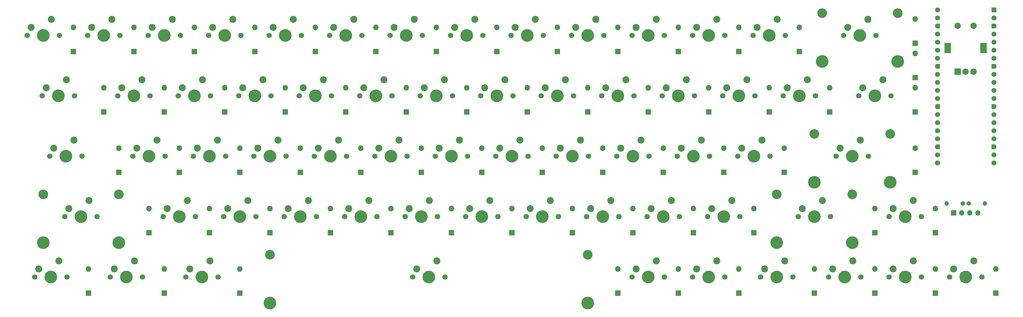
<source format=gbr>
G04 #@! TF.GenerationSoftware,KiCad,Pcbnew,8.0.5*
G04 #@! TF.CreationDate,2025-03-18T10:54:49-07:00*
G04 #@! TF.ProjectId,keyboard,6b657962-6f61-4726-942e-6b696361645f,rev?*
G04 #@! TF.SameCoordinates,Original*
G04 #@! TF.FileFunction,Soldermask,Bot*
G04 #@! TF.FilePolarity,Negative*
%FSLAX46Y46*%
G04 Gerber Fmt 4.6, Leading zero omitted, Abs format (unit mm)*
G04 Created by KiCad (PCBNEW 8.0.5) date 2025-03-18 10:54:49*
%MOMM*%
%LPD*%
G01*
G04 APERTURE LIST*
G04 Aperture macros list*
%AMRoundRect*
0 Rectangle with rounded corners*
0 $1 Rounding radius*
0 $2 $3 $4 $5 $6 $7 $8 $9 X,Y pos of 4 corners*
0 Add a 4 corners polygon primitive as box body*
4,1,4,$2,$3,$4,$5,$6,$7,$8,$9,$2,$3,0*
0 Add four circle primitives for the rounded corners*
1,1,$1+$1,$2,$3*
1,1,$1+$1,$4,$5*
1,1,$1+$1,$6,$7*
1,1,$1+$1,$8,$9*
0 Add four rect primitives between the rounded corners*
20,1,$1+$1,$2,$3,$4,$5,0*
20,1,$1+$1,$4,$5,$6,$7,0*
20,1,$1+$1,$6,$7,$8,$9,0*
20,1,$1+$1,$8,$9,$2,$3,0*%
%AMFreePoly0*
4,1,28,0.605014,0.794986,0.644504,0.794986,0.724698,0.756366,0.780194,0.686777,0.800000,0.600000,0.800000,-0.600000,0.780194,-0.686777,0.724698,-0.756366,0.644504,-0.794986,0.605014,-0.794986,0.600000,-0.800000,0.000000,-0.800000,-0.178017,-0.779942,-0.347107,-0.720775,-0.498792,-0.625465,-0.625465,-0.498792,-0.720775,-0.347107,-0.779942,-0.178017,-0.800000,0.000000,-0.779942,0.178017,
-0.720775,0.347107,-0.625465,0.498792,-0.498792,0.625465,-0.347107,0.720775,-0.178017,0.779942,0.000000,0.800000,0.600000,0.800000,0.605014,0.794986,0.605014,0.794986,$1*%
%AMFreePoly1*
4,1,28,0.178017,0.779942,0.347107,0.720775,0.498792,0.625465,0.625465,0.498792,0.720775,0.347107,0.779942,0.178017,0.800000,0.000000,0.779942,-0.178017,0.720775,-0.347107,0.625465,-0.498792,0.498792,-0.625465,0.347107,-0.720775,0.178017,-0.779942,0.000000,-0.800000,-0.600000,-0.800000,-0.605014,-0.794986,-0.644504,-0.794986,-0.724698,-0.756366,-0.780194,-0.686777,-0.800000,-0.600000,
-0.800000,0.600000,-0.780194,0.686777,-0.724698,0.756366,-0.644504,0.794986,-0.605014,0.794986,-0.600000,0.800000,0.000000,0.800000,0.178017,0.779942,0.178017,0.779942,$1*%
G04 Aperture macros list end*
%ADD10C,1.700000*%
%ADD11C,4.000000*%
%ADD12C,2.200000*%
%ADD13C,3.050000*%
%ADD14R,1.700000X1.700000*%
%ADD15O,1.700000X1.700000*%
%ADD16C,1.400000*%
%ADD17O,1.400000X1.400000*%
%ADD18R,2.000000X2.000000*%
%ADD19C,2.000000*%
%ADD20R,2.000000X3.200000*%
%ADD21R,1.800000X1.800000*%
%ADD22O,1.800000X1.800000*%
%ADD23RoundRect,0.200000X0.600000X0.600000X-0.600000X0.600000X-0.600000X-0.600000X0.600000X-0.600000X0*%
%ADD24C,1.600000*%
%ADD25FreePoly0,180.000000*%
%ADD26FreePoly1,180.000000*%
G04 APERTURE END LIST*
D10*
X315782500Y-142625000D03*
D11*
X320862500Y-142625000D03*
D10*
X325942500Y-142625000D03*
D12*
X323402500Y-137545000D03*
X317052500Y-140085000D03*
D10*
X211007500Y-161675000D03*
D11*
X216087500Y-161675000D03*
D10*
X221167500Y-161675000D03*
D12*
X218627500Y-156595000D03*
X212277500Y-159135000D03*
D13*
X342300000Y-97525000D03*
D11*
X342300000Y-112765000D03*
D10*
X349120000Y-104525000D03*
D11*
X354200000Y-104525000D03*
D10*
X359280000Y-104525000D03*
D13*
X366100000Y-97525000D03*
D11*
X366100000Y-112765000D03*
D12*
X356740000Y-99445000D03*
X350390000Y-101985000D03*
D10*
X191957500Y-161675000D03*
D11*
X197037500Y-161675000D03*
D10*
X202117500Y-161675000D03*
D12*
X199577500Y-156595000D03*
X193227500Y-159135000D03*
D10*
X258632500Y-142625000D03*
D11*
X263712500Y-142625000D03*
D10*
X268792500Y-142625000D03*
D12*
X266252500Y-137545000D03*
X259902500Y-140085000D03*
D10*
X187195000Y-104525000D03*
D11*
X192275000Y-104525000D03*
D10*
X197355000Y-104525000D03*
D12*
X194815000Y-99445000D03*
X188465000Y-101985000D03*
D10*
X311020000Y-123575000D03*
D11*
X316100000Y-123575000D03*
D10*
X321180000Y-123575000D03*
D12*
X318640000Y-118495000D03*
X312290000Y-121035000D03*
D10*
X230057500Y-161675000D03*
D11*
X235137500Y-161675000D03*
D10*
X240217500Y-161675000D03*
D12*
X237677500Y-156595000D03*
X231327500Y-159135000D03*
D10*
X263395000Y-104525000D03*
D11*
X268475000Y-104525000D03*
D10*
X273555000Y-104525000D03*
D12*
X271015000Y-99445000D03*
X264665000Y-101985000D03*
D10*
X296732500Y-142625000D03*
D11*
X301812500Y-142625000D03*
D10*
X306892500Y-142625000D03*
D12*
X304352500Y-137545000D03*
X298002500Y-140085000D03*
D10*
X301495000Y-104525000D03*
D11*
X306575000Y-104525000D03*
D10*
X311655000Y-104525000D03*
D12*
X309115000Y-99445000D03*
X302765000Y-101985000D03*
D13*
X97031250Y-154675000D03*
D11*
X97031250Y-169915000D03*
D10*
X103851250Y-161675000D03*
D11*
X108931250Y-161675000D03*
D10*
X114011250Y-161675000D03*
D13*
X120831250Y-154675000D03*
D11*
X120831250Y-169915000D03*
D12*
X111471250Y-156595000D03*
X105121250Y-159135000D03*
D10*
X196720000Y-123575000D03*
D11*
X201800000Y-123575000D03*
D10*
X206880000Y-123575000D03*
D12*
X204340000Y-118495000D03*
X197990000Y-121035000D03*
D10*
X268157500Y-161675000D03*
D11*
X273237500Y-161675000D03*
D10*
X278317500Y-161675000D03*
D12*
X275777500Y-156595000D03*
X269427500Y-159135000D03*
D10*
X96707500Y-123575000D03*
D11*
X101787500Y-123575000D03*
D10*
X106867500Y-123575000D03*
D12*
X104327500Y-118495000D03*
X97977500Y-121035000D03*
D13*
X339918750Y-135625000D03*
D11*
X339918750Y-150865000D03*
D10*
X346738750Y-142625000D03*
D11*
X351818750Y-142625000D03*
D10*
X356898750Y-142625000D03*
D13*
X363718750Y-135625000D03*
D11*
X363718750Y-150865000D03*
D12*
X354358750Y-137545000D03*
X348008750Y-140085000D03*
D10*
X153857500Y-161675000D03*
D11*
X158937500Y-161675000D03*
D10*
X164017500Y-161675000D03*
D12*
X161477500Y-156595000D03*
X155127500Y-159135000D03*
D10*
X282445000Y-104525000D03*
D11*
X287525000Y-104525000D03*
D10*
X292605000Y-104525000D03*
D12*
X290065000Y-99445000D03*
X283715000Y-101985000D03*
D10*
X306257500Y-161675000D03*
D11*
X311337500Y-161675000D03*
D10*
X316417500Y-161675000D03*
D12*
X313877500Y-156595000D03*
X307527500Y-159135000D03*
D10*
X201482500Y-142625000D03*
D11*
X206562500Y-142625000D03*
D10*
X211642500Y-142625000D03*
D12*
X209102500Y-137545000D03*
X202752500Y-140085000D03*
D10*
X249107500Y-161675000D03*
D11*
X254187500Y-161675000D03*
D10*
X259267500Y-161675000D03*
D12*
X256727500Y-156595000D03*
X250377500Y-159135000D03*
D10*
X282445000Y-180725000D03*
D11*
X287525000Y-180725000D03*
D10*
X292605000Y-180725000D03*
D12*
X290065000Y-175645000D03*
X283715000Y-178185000D03*
D10*
X177670000Y-123575000D03*
D11*
X182750000Y-123575000D03*
D10*
X187830000Y-123575000D03*
D12*
X185290000Y-118495000D03*
X178940000Y-121035000D03*
D10*
X141951250Y-180725000D03*
D11*
X147031250Y-180725000D03*
D10*
X152111250Y-180725000D03*
D12*
X149571250Y-175645000D03*
X143221250Y-178185000D03*
D10*
X215770000Y-123575000D03*
D11*
X220850000Y-123575000D03*
D10*
X225930000Y-123575000D03*
D12*
X223390000Y-118495000D03*
X217040000Y-121035000D03*
D10*
X344357500Y-180725000D03*
D11*
X349437500Y-180725000D03*
D10*
X354517500Y-180725000D03*
D12*
X351977500Y-175645000D03*
X345627500Y-178185000D03*
D10*
X272920000Y-123575000D03*
D11*
X278000000Y-123575000D03*
D10*
X283080000Y-123575000D03*
D12*
X280540000Y-118495000D03*
X274190000Y-121035000D03*
D10*
X363407500Y-180725000D03*
D11*
X368487500Y-180725000D03*
D10*
X373567500Y-180725000D03*
D12*
X371027500Y-175645000D03*
X364677500Y-178185000D03*
D10*
X287207500Y-161675000D03*
D11*
X292287500Y-161675000D03*
D10*
X297367500Y-161675000D03*
D12*
X294827500Y-156595000D03*
X288477500Y-159135000D03*
D14*
X383712500Y-160500000D03*
D15*
X386252500Y-160500000D03*
X388792500Y-160500000D03*
X391332500Y-160500000D03*
D10*
X120520000Y-123575000D03*
D11*
X125600000Y-123575000D03*
D10*
X130680000Y-123575000D03*
D12*
X128140000Y-118495000D03*
X121790000Y-121035000D03*
D10*
X253870000Y-123575000D03*
D11*
X258950000Y-123575000D03*
D10*
X264030000Y-123575000D03*
D12*
X261490000Y-118495000D03*
X255140000Y-121035000D03*
D10*
X158620000Y-123575000D03*
D11*
X163700000Y-123575000D03*
D10*
X168780000Y-123575000D03*
D12*
X166240000Y-118495000D03*
X159890000Y-121035000D03*
D10*
X130045000Y-104525000D03*
D11*
X135125000Y-104525000D03*
D10*
X140205000Y-104525000D03*
D12*
X137665000Y-99445000D03*
X131315000Y-101985000D03*
D10*
X144332500Y-142625000D03*
D11*
X149412500Y-142625000D03*
D10*
X154492500Y-142625000D03*
D12*
X151952500Y-137545000D03*
X145602500Y-140085000D03*
D10*
X353882500Y-123575000D03*
D11*
X358962500Y-123575000D03*
D10*
X364042500Y-123575000D03*
D12*
X361502500Y-118495000D03*
X355152500Y-121035000D03*
D10*
X234820000Y-123575000D03*
D11*
X239900000Y-123575000D03*
D10*
X244980000Y-123575000D03*
D12*
X242440000Y-118495000D03*
X236090000Y-121035000D03*
D10*
X125282500Y-142625000D03*
D11*
X130362500Y-142625000D03*
D10*
X135442500Y-142625000D03*
D12*
X132902500Y-137545000D03*
X126552500Y-140085000D03*
D10*
X301495000Y-180725000D03*
D11*
X306575000Y-180725000D03*
D10*
X311655000Y-180725000D03*
D12*
X309115000Y-175645000D03*
X302765000Y-178185000D03*
D10*
X330070000Y-123575000D03*
D11*
X335150000Y-123575000D03*
D10*
X340230000Y-123575000D03*
D12*
X337690000Y-118495000D03*
X331340000Y-121035000D03*
D10*
X363407500Y-161675000D03*
D11*
X368487500Y-161675000D03*
D10*
X373567500Y-161675000D03*
D12*
X371027500Y-156595000D03*
X364677500Y-159135000D03*
D16*
X388500000Y-157500000D03*
D17*
X393580000Y-157500000D03*
D10*
X244345000Y-104525000D03*
D11*
X249425000Y-104525000D03*
D10*
X254505000Y-104525000D03*
D12*
X251965000Y-99445000D03*
X245615000Y-101985000D03*
D10*
X163382500Y-142625000D03*
D11*
X168462500Y-142625000D03*
D10*
X173542500Y-142625000D03*
D12*
X171002500Y-137545000D03*
X164652500Y-140085000D03*
D10*
X110995000Y-104525000D03*
D11*
X116075000Y-104525000D03*
D10*
X121155000Y-104525000D03*
D12*
X118615000Y-99445000D03*
X112265000Y-101985000D03*
D10*
X322926250Y-180725000D03*
D11*
X328006250Y-180725000D03*
D10*
X333086250Y-180725000D03*
D12*
X330546250Y-175645000D03*
X324196250Y-178185000D03*
D10*
X118138750Y-180725000D03*
D11*
X123218750Y-180725000D03*
D10*
X128298750Y-180725000D03*
D12*
X125758750Y-175645000D03*
X119408750Y-178185000D03*
D10*
X149095000Y-104525000D03*
D11*
X154175000Y-104525000D03*
D10*
X159255000Y-104525000D03*
D12*
X156715000Y-99445000D03*
X150365000Y-101985000D03*
D10*
X277682500Y-142625000D03*
D11*
X282762500Y-142625000D03*
D10*
X287842500Y-142625000D03*
D12*
X285302500Y-137545000D03*
X278952500Y-140085000D03*
D18*
X385000000Y-116000000D03*
D19*
X390000000Y-116000000D03*
X387500000Y-116000000D03*
D20*
X381900000Y-108500000D03*
X393100000Y-108500000D03*
D19*
X390000000Y-101500000D03*
X385000000Y-101500000D03*
D10*
X225295000Y-104525000D03*
D11*
X230375000Y-104525000D03*
D10*
X235455000Y-104525000D03*
D12*
X232915000Y-99445000D03*
X226565000Y-101985000D03*
D10*
X99088750Y-142625000D03*
D11*
X104168750Y-142625000D03*
D10*
X109248750Y-142625000D03*
D12*
X106708750Y-137545000D03*
X100358750Y-140085000D03*
D10*
X320545000Y-104525000D03*
D11*
X325625000Y-104525000D03*
D10*
X330705000Y-104525000D03*
D12*
X328165000Y-99445000D03*
X321815000Y-101985000D03*
D10*
X94326250Y-180725000D03*
D11*
X99406250Y-180725000D03*
D10*
X104486250Y-180725000D03*
D12*
X101946250Y-175645000D03*
X95596250Y-178185000D03*
D10*
X206245000Y-104525000D03*
D11*
X211325000Y-104525000D03*
D10*
X216405000Y-104525000D03*
D12*
X213865000Y-99445000D03*
X207515000Y-101985000D03*
D10*
X291970000Y-123575000D03*
D11*
X297050000Y-123575000D03*
D10*
X302130000Y-123575000D03*
D12*
X299590000Y-118495000D03*
X293240000Y-121035000D03*
D10*
X182432500Y-142625000D03*
D11*
X187512500Y-142625000D03*
D10*
X192592500Y-142625000D03*
D12*
X190052500Y-137545000D03*
X183702500Y-140085000D03*
D10*
X220532500Y-142625000D03*
D11*
X225612500Y-142625000D03*
D10*
X230692500Y-142625000D03*
D12*
X228152500Y-137545000D03*
X221802500Y-140085000D03*
D10*
X382457500Y-180725000D03*
D11*
X387537500Y-180725000D03*
D10*
X392617500Y-180725000D03*
D12*
X390077500Y-175645000D03*
X383727500Y-178185000D03*
D10*
X134807500Y-161675000D03*
D11*
X139887500Y-161675000D03*
D10*
X144967500Y-161675000D03*
D12*
X142427500Y-156595000D03*
X136077500Y-159135000D03*
D10*
X91945000Y-104525000D03*
D11*
X97025000Y-104525000D03*
D10*
X102105000Y-104525000D03*
D12*
X99565000Y-99445000D03*
X93215000Y-101985000D03*
D13*
X168469000Y-173725000D03*
D11*
X168469000Y-188965000D03*
D10*
X213389000Y-180725000D03*
D11*
X218469000Y-180725000D03*
D10*
X223549000Y-180725000D03*
D13*
X268469000Y-173725000D03*
D11*
X268469000Y-188965000D03*
D12*
X221009000Y-175645000D03*
X214659000Y-178185000D03*
D10*
X168145000Y-104525000D03*
D11*
X173225000Y-104525000D03*
D10*
X178305000Y-104525000D03*
D12*
X175765000Y-99445000D03*
X169415000Y-101985000D03*
D10*
X172907500Y-161675000D03*
D11*
X177987500Y-161675000D03*
D10*
X183067500Y-161675000D03*
D12*
X180527500Y-156595000D03*
X174177500Y-159135000D03*
D16*
X386600000Y-157500000D03*
D17*
X381520000Y-157500000D03*
D13*
X328012500Y-154675000D03*
D11*
X328012500Y-169915000D03*
D10*
X334832500Y-161675000D03*
D11*
X339912500Y-161675000D03*
D10*
X344992500Y-161675000D03*
D13*
X351812500Y-154675000D03*
D11*
X351812500Y-169915000D03*
D12*
X342452500Y-156595000D03*
X336102500Y-159135000D03*
D10*
X239582500Y-142625000D03*
D11*
X244662500Y-142625000D03*
D10*
X249742500Y-142625000D03*
D12*
X247202500Y-137545000D03*
X240852500Y-140085000D03*
D10*
X139570000Y-123575000D03*
D11*
X144650000Y-123575000D03*
D10*
X149730000Y-123575000D03*
D12*
X147190000Y-118495000D03*
X140840000Y-121035000D03*
D21*
X330387500Y-147705000D03*
D22*
X330387500Y-140085000D03*
D21*
X292287500Y-147705000D03*
D22*
X292287500Y-140085000D03*
D21*
X149412500Y-166755000D03*
D22*
X149412500Y-159135000D03*
D21*
X135125000Y-185805000D03*
D22*
X135125000Y-178185000D03*
D21*
X358962500Y-185805000D03*
D22*
X358962500Y-178185000D03*
D21*
X371650000Y-117810000D03*
D22*
X371650000Y-110190000D03*
D21*
X306575000Y-128655000D03*
D22*
X306575000Y-121035000D03*
D21*
X268475000Y-128655000D03*
D22*
X268475000Y-121035000D03*
D21*
X106550000Y-109605000D03*
D22*
X106550000Y-101985000D03*
D21*
X173225000Y-128655000D03*
D22*
X173225000Y-121035000D03*
D21*
X125600000Y-109605000D03*
D22*
X125600000Y-101985000D03*
D21*
X339912500Y-185805000D03*
D22*
X339912500Y-178185000D03*
D21*
X254187500Y-147705000D03*
D22*
X254187500Y-140085000D03*
D21*
X397062500Y-185805000D03*
D22*
X397062500Y-178185000D03*
D21*
X278000000Y-109605000D03*
D22*
X278000000Y-101985000D03*
D23*
X396427500Y-96480000D03*
D24*
X396427500Y-99020000D03*
D25*
X396427500Y-101560000D03*
D24*
X396427500Y-104100000D03*
X396427500Y-106640000D03*
X396427500Y-109180000D03*
X396427500Y-111720000D03*
D25*
X396427500Y-114260000D03*
D24*
X396427500Y-116800000D03*
X396427500Y-119340000D03*
X396427500Y-121880000D03*
X396427500Y-124420000D03*
D25*
X396427500Y-126960000D03*
D24*
X396427500Y-129500000D03*
X396427500Y-132040000D03*
X396427500Y-134580000D03*
X396427500Y-137120000D03*
D25*
X396427500Y-139660000D03*
D24*
X396427500Y-142200000D03*
X396427500Y-144740000D03*
X378647500Y-144740000D03*
X378647500Y-142200000D03*
D26*
X378647500Y-139660000D03*
D24*
X378647500Y-137120000D03*
X378647500Y-134580000D03*
X378647500Y-132040000D03*
X378647500Y-129500000D03*
D26*
X378647500Y-126960000D03*
D24*
X378647500Y-124420000D03*
X378647500Y-121880000D03*
X378647500Y-119340000D03*
X378647500Y-116800000D03*
D26*
X378647500Y-114260000D03*
D24*
X378647500Y-111720000D03*
X378647500Y-109180000D03*
X378647500Y-106640000D03*
X378647500Y-104100000D03*
D26*
X378647500Y-101560000D03*
D24*
X378647500Y-99020000D03*
X378647500Y-96480000D03*
D21*
X144650000Y-109605000D03*
D22*
X144650000Y-101985000D03*
D21*
X335150000Y-109605000D03*
D22*
X335150000Y-101985000D03*
D21*
X187512500Y-166755000D03*
D22*
X187512500Y-159135000D03*
D21*
X344675000Y-128655000D03*
D22*
X344675000Y-121035000D03*
D21*
X177987500Y-147705000D03*
D22*
X177987500Y-140085000D03*
D21*
X154175000Y-128655000D03*
D22*
X154175000Y-121035000D03*
D21*
X216087500Y-147705000D03*
D22*
X216087500Y-140085000D03*
D21*
X378012500Y-185805000D03*
D22*
X378012500Y-178185000D03*
D21*
X230375000Y-128655000D03*
D22*
X230375000Y-121035000D03*
D21*
X201800000Y-109605000D03*
D22*
X201800000Y-101985000D03*
D21*
X168462500Y-166755000D03*
D22*
X168462500Y-159135000D03*
D21*
X297050000Y-185805000D03*
D22*
X297050000Y-178185000D03*
D21*
X325625000Y-128655000D03*
D22*
X325625000Y-121035000D03*
D21*
X258950000Y-109605000D03*
D22*
X258950000Y-101985000D03*
D21*
X358962500Y-166755000D03*
D22*
X358962500Y-159135000D03*
D21*
X244662500Y-166755000D03*
D22*
X244662500Y-159135000D03*
D21*
X273237500Y-147705000D03*
D22*
X273237500Y-140085000D03*
D21*
X263712500Y-166755000D03*
D22*
X263712500Y-159135000D03*
D21*
X130362500Y-166755000D03*
D22*
X130362500Y-159135000D03*
D21*
X297050000Y-109605000D03*
D22*
X297050000Y-101985000D03*
D21*
X182750000Y-109605000D03*
D22*
X182750000Y-101985000D03*
D21*
X225612500Y-166755000D03*
D22*
X225612500Y-159135000D03*
D21*
X371650000Y-106965000D03*
D22*
X371650000Y-99345000D03*
D21*
X120837500Y-147705000D03*
D22*
X120837500Y-140085000D03*
D21*
X135125000Y-128655000D03*
D22*
X135125000Y-121035000D03*
D21*
X206562500Y-166755000D03*
D22*
X206562500Y-159135000D03*
D21*
X371650000Y-147705000D03*
D22*
X371650000Y-140085000D03*
D21*
X211325000Y-128655000D03*
D22*
X211325000Y-121035000D03*
D21*
X311337500Y-147705000D03*
D22*
X311337500Y-140085000D03*
D21*
X111312500Y-185805000D03*
D22*
X111312500Y-178185000D03*
D21*
X282762500Y-166755000D03*
D22*
X282762500Y-159135000D03*
D21*
X278000000Y-185805000D03*
D22*
X278000000Y-178185000D03*
D21*
X316100000Y-109605000D03*
D22*
X316100000Y-101985000D03*
D21*
X235137500Y-147705000D03*
D22*
X235137500Y-140085000D03*
D21*
X320862500Y-166755000D03*
D22*
X320862500Y-159135000D03*
D21*
X378012500Y-166755000D03*
D22*
X378012500Y-159135000D03*
D21*
X371649500Y-128655000D03*
D22*
X371649500Y-121035000D03*
D21*
X220850000Y-109605000D03*
D22*
X220850000Y-101985000D03*
D21*
X239900000Y-109605000D03*
D22*
X239900000Y-101985000D03*
D21*
X158937500Y-147705000D03*
D22*
X158937500Y-140085000D03*
D21*
X116075000Y-128655000D03*
D22*
X116075000Y-121035000D03*
D21*
X249425000Y-128655000D03*
D22*
X249425000Y-121035000D03*
D21*
X163700000Y-109605000D03*
D22*
X163700000Y-101985000D03*
D21*
X197037500Y-147705000D03*
D22*
X197037500Y-140085000D03*
D21*
X192275000Y-128655000D03*
D22*
X192275000Y-121035000D03*
D21*
X301812500Y-166755000D03*
D22*
X301812500Y-159135000D03*
D21*
X316100000Y-185805000D03*
D22*
X316100000Y-178185000D03*
D21*
X139887500Y-147705000D03*
D22*
X139887500Y-140085000D03*
D21*
X287525000Y-128655000D03*
D22*
X287525000Y-121035000D03*
D21*
X158937500Y-185805000D03*
D22*
X158937500Y-178185000D03*
M02*

</source>
